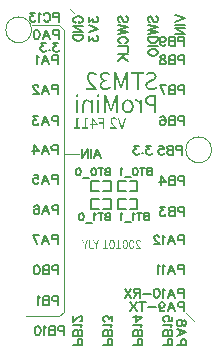
<source format=gbo>
G04 Layer: BottomSilkLayer*
G04 EasyEDA v6.3.22, 2020-01-01T23:03:08+09:00*
G04 2a2561d260e348c1961537ac3ee8d2e6,67344a67363949849f01d11c0c7cf016,10*
G04 Gerber Generator version 0.2*
G04 Scale: 100 percent, Rotated: No, Reflected: No *
G04 Dimensions in inches *
G04 leading zeros omitted , absolute positions ,2 integer and 4 decimal *
%FSLAX24Y24*%
%MOIN*%
G90*
G70D02*

%ADD12C,0.006000*%
%ADD36C,0.005000*%
%ADD37C,0.004000*%

%LPD*%
G54D37*
G01X950Y11650D02*
G01X1850Y11650D01*
G01X2000Y11500D01*
G01X2000Y2100D01*
G01X1850Y1950D01*
G01X750Y1950D01*
G01X2000Y7350D02*
G01X2500Y7350D01*
G01X2350Y12050D02*
G01X2200Y12200D01*
G01X6090Y2069D02*
G01X6350Y1800D01*
G54D12*
G01X4061Y6130D02*
G01X3811Y6130D01*
G01X3811Y6469D01*
G01X4021Y6469D01*
G01X4061Y6469D01*
G01X4211Y6469D02*
G01X4451Y6469D01*
G01X4451Y6130D01*
G01X4240Y6130D01*
G01X4211Y6130D01*
G01X3176Y5530D02*
G01X2926Y5530D01*
G01X2926Y5869D01*
G01X3136Y5869D01*
G01X3176Y5869D01*
G01X3326Y5869D02*
G01X3567Y5869D01*
G01X3567Y5530D01*
G01X3357Y5530D01*
G01X3326Y5530D01*
G01X4061Y5530D02*
G01X3811Y5530D01*
G01X3811Y5869D01*
G01X4021Y5869D01*
G01X4061Y5869D01*
G01X4211Y5869D02*
G01X4451Y5869D01*
G01X4451Y5530D01*
G01X4240Y5530D01*
G01X4211Y5530D01*
G01X3176Y6130D02*
G01X2926Y6130D01*
G01X2926Y6469D01*
G01X3136Y6469D01*
G01X3176Y6469D01*
G01X3326Y6469D02*
G01X3567Y6469D01*
G01X3567Y6130D01*
G01X3357Y6130D01*
G01X3326Y6130D01*
G54D36*
G01X1850Y12074D02*
G01X1850Y11769D01*
G01X1850Y12074D02*
G01X1719Y12074D01*
G01X1675Y12059D01*
G01X1660Y12045D01*
G01X1646Y12016D01*
G01X1646Y11972D01*
G01X1660Y11943D01*
G01X1675Y11929D01*
G01X1719Y11914D01*
G01X1850Y11914D01*
G01X1332Y12001D02*
G01X1346Y12030D01*
G01X1375Y12059D01*
G01X1404Y12074D01*
G01X1463Y12074D01*
G01X1492Y12059D01*
G01X1521Y12030D01*
G01X1535Y12001D01*
G01X1550Y11958D01*
G01X1550Y11885D01*
G01X1535Y11841D01*
G01X1521Y11812D01*
G01X1492Y11783D01*
G01X1463Y11769D01*
G01X1404Y11769D01*
G01X1375Y11783D01*
G01X1346Y11812D01*
G01X1332Y11841D01*
G01X1236Y12016D02*
G01X1207Y12030D01*
G01X1163Y12074D01*
G01X1163Y11769D01*
G01X1038Y12074D02*
G01X878Y12074D01*
G01X965Y11958D01*
G01X921Y11958D01*
G01X892Y11943D01*
G01X878Y11929D01*
G01X863Y11885D01*
G01X863Y11856D01*
G01X878Y11812D01*
G01X907Y11783D01*
G01X951Y11769D01*
G01X994Y11769D01*
G01X1038Y11783D01*
G01X1052Y11798D01*
G01X1067Y11827D01*
G01X2398Y11731D02*
G01X2369Y11746D01*
G01X2340Y11775D01*
G01X2325Y11804D01*
G01X2325Y11862D01*
G01X2340Y11891D01*
G01X2369Y11920D01*
G01X2398Y11935D01*
G01X2441Y11950D01*
G01X2514Y11950D01*
G01X2558Y11935D01*
G01X2587Y11920D01*
G01X2616Y11891D01*
G01X2630Y11862D01*
G01X2630Y11804D01*
G01X2616Y11775D01*
G01X2587Y11746D01*
G01X2558Y11731D01*
G01X2514Y11731D01*
G01X2514Y11804D02*
G01X2514Y11731D01*
G01X2325Y11635D02*
G01X2630Y11635D01*
G01X2325Y11635D02*
G01X2630Y11432D01*
G01X2325Y11432D02*
G01X2630Y11432D01*
G01X2325Y11336D02*
G01X2630Y11336D01*
G01X2325Y11336D02*
G01X2325Y11234D01*
G01X2340Y11190D01*
G01X2369Y11161D01*
G01X2398Y11147D01*
G01X2441Y11132D01*
G01X2514Y11132D01*
G01X2558Y11147D01*
G01X2587Y11161D01*
G01X2616Y11190D01*
G01X2630Y11234D01*
G01X2630Y11336D01*
G01X2850Y11920D02*
G01X2850Y11760D01*
G01X2966Y11848D01*
G01X2966Y11804D01*
G01X2980Y11775D01*
G01X2995Y11760D01*
G01X3039Y11746D01*
G01X3068Y11746D01*
G01X3111Y11760D01*
G01X3140Y11790D01*
G01X3155Y11833D01*
G01X3155Y11877D01*
G01X3140Y11920D01*
G01X3126Y11935D01*
G01X3097Y11950D01*
G01X2850Y11650D02*
G01X3155Y11534D01*
G01X2850Y11417D02*
G01X3155Y11534D01*
G01X2850Y11292D02*
G01X2850Y11132D01*
G01X2966Y11219D01*
G01X2966Y11176D01*
G01X2980Y11147D01*
G01X2995Y11132D01*
G01X3039Y11117D01*
G01X3068Y11117D01*
G01X3111Y11132D01*
G01X3140Y11161D01*
G01X3155Y11205D01*
G01X3155Y11248D01*
G01X3140Y11292D01*
G01X3126Y11307D01*
G01X3097Y11321D01*
G01X3869Y11746D02*
G01X3839Y11775D01*
G01X3825Y11819D01*
G01X3825Y11877D01*
G01X3839Y11920D01*
G01X3869Y11950D01*
G01X3898Y11950D01*
G01X3927Y11935D01*
G01X3941Y11920D01*
G01X3956Y11891D01*
G01X3985Y11804D01*
G01X3999Y11775D01*
G01X4014Y11760D01*
G01X4043Y11746D01*
G01X4087Y11746D01*
G01X4116Y11775D01*
G01X4130Y11819D01*
G01X4130Y11877D01*
G01X4116Y11920D01*
G01X4087Y11950D01*
G01X3825Y11650D02*
G01X4130Y11577D01*
G01X3825Y11504D02*
G01X4130Y11577D01*
G01X3825Y11504D02*
G01X4130Y11432D01*
G01X3825Y11359D02*
G01X4130Y11432D01*
G01X3898Y11045D02*
G01X3869Y11059D01*
G01X3839Y11088D01*
G01X3825Y11117D01*
G01X3825Y11176D01*
G01X3839Y11205D01*
G01X3869Y11234D01*
G01X3898Y11248D01*
G01X3941Y11263D01*
G01X4014Y11263D01*
G01X4058Y11248D01*
G01X4087Y11234D01*
G01X4116Y11205D01*
G01X4130Y11176D01*
G01X4130Y11117D01*
G01X4116Y11088D01*
G01X4087Y11059D01*
G01X4058Y11045D01*
G01X3825Y10949D02*
G01X4130Y10949D01*
G01X4130Y10949D02*
G01X4130Y10774D01*
G01X3825Y10678D02*
G01X4130Y10678D01*
G01X3825Y10475D02*
G01X4029Y10678D01*
G01X3956Y10605D02*
G01X4130Y10475D01*
G01X4869Y11746D02*
G01X4839Y11775D01*
G01X4825Y11819D01*
G01X4825Y11877D01*
G01X4839Y11920D01*
G01X4869Y11950D01*
G01X4898Y11950D01*
G01X4927Y11935D01*
G01X4941Y11920D01*
G01X4956Y11891D01*
G01X4985Y11804D01*
G01X4999Y11775D01*
G01X5014Y11760D01*
G01X5043Y11746D01*
G01X5087Y11746D01*
G01X5116Y11775D01*
G01X5130Y11819D01*
G01X5130Y11877D01*
G01X5116Y11920D01*
G01X5087Y11950D01*
G01X4825Y11650D02*
G01X5130Y11577D01*
G01X4825Y11504D02*
G01X5130Y11577D01*
G01X4825Y11504D02*
G01X5130Y11432D01*
G01X4825Y11359D02*
G01X5130Y11432D01*
G01X4825Y11263D02*
G01X5130Y11263D01*
G01X4825Y11263D02*
G01X4825Y11161D01*
G01X4839Y11117D01*
G01X4869Y11088D01*
G01X4898Y11074D01*
G01X4941Y11059D01*
G01X5014Y11059D01*
G01X5058Y11074D01*
G01X5087Y11088D01*
G01X5116Y11117D01*
G01X5130Y11161D01*
G01X5130Y11263D01*
G01X4825Y10963D02*
G01X5130Y10963D01*
G01X4825Y10780D02*
G01X4839Y10809D01*
G01X4869Y10838D01*
G01X4898Y10853D01*
G01X4941Y10867D01*
G01X5014Y10867D01*
G01X5058Y10853D01*
G01X5087Y10838D01*
G01X5116Y10809D01*
G01X5130Y10780D01*
G01X5130Y10722D01*
G01X5116Y10693D01*
G01X5087Y10664D01*
G01X5058Y10649D01*
G01X5014Y10635D01*
G01X4941Y10635D01*
G01X4898Y10649D01*
G01X4869Y10664D01*
G01X4839Y10693D01*
G01X4825Y10722D01*
G01X4825Y10780D01*
G01X5725Y12000D02*
G01X6030Y11883D01*
G01X5725Y11767D02*
G01X6030Y11883D01*
G01X5725Y11671D02*
G01X6030Y11671D01*
G01X5725Y11575D02*
G01X6030Y11575D01*
G01X5725Y11575D02*
G01X6030Y11371D01*
G01X5725Y11371D02*
G01X6030Y11371D01*
G01X6000Y11274D02*
G01X6000Y10969D01*
G01X6000Y11274D02*
G01X5869Y11274D01*
G01X5825Y11259D01*
G01X5810Y11245D01*
G01X5796Y11216D01*
G01X5796Y11172D01*
G01X5810Y11143D01*
G01X5825Y11129D01*
G01X5869Y11114D01*
G01X6000Y11114D01*
G01X5700Y11274D02*
G01X5700Y10969D01*
G01X5700Y11274D02*
G01X5569Y11274D01*
G01X5525Y11259D01*
G01X5511Y11245D01*
G01X5496Y11216D01*
G01X5496Y11187D01*
G01X5511Y11158D01*
G01X5525Y11143D01*
G01X5569Y11129D01*
G01X5700Y11129D02*
G01X5569Y11129D01*
G01X5525Y11114D01*
G01X5511Y11100D01*
G01X5496Y11070D01*
G01X5496Y11027D01*
G01X5511Y10998D01*
G01X5525Y10983D01*
G01X5569Y10969D01*
G01X5700Y10969D01*
G01X5211Y11172D02*
G01X5226Y11129D01*
G01X5255Y11100D01*
G01X5298Y11085D01*
G01X5313Y11085D01*
G01X5357Y11100D01*
G01X5386Y11129D01*
G01X5400Y11172D01*
G01X5400Y11187D01*
G01X5386Y11230D01*
G01X5357Y11259D01*
G01X5313Y11274D01*
G01X5298Y11274D01*
G01X5255Y11259D01*
G01X5226Y11230D01*
G01X5211Y11172D01*
G01X5211Y11100D01*
G01X5226Y11027D01*
G01X5255Y10983D01*
G01X5298Y10969D01*
G01X5328Y10969D01*
G01X5371Y10983D01*
G01X5386Y11012D01*
G01X6002Y10649D02*
G01X6002Y10344D01*
G01X6002Y10649D02*
G01X5871Y10649D01*
G01X5828Y10635D01*
G01X5813Y10620D01*
G01X5799Y10591D01*
G01X5799Y10548D01*
G01X5813Y10519D01*
G01X5828Y10504D01*
G01X5871Y10489D01*
G01X6002Y10489D01*
G01X5703Y10649D02*
G01X5703Y10344D01*
G01X5703Y10649D02*
G01X5572Y10649D01*
G01X5528Y10635D01*
G01X5514Y10620D01*
G01X5499Y10591D01*
G01X5499Y10562D01*
G01X5514Y10533D01*
G01X5528Y10519D01*
G01X5572Y10504D01*
G01X5703Y10504D02*
G01X5572Y10504D01*
G01X5528Y10489D01*
G01X5514Y10475D01*
G01X5499Y10446D01*
G01X5499Y10402D01*
G01X5514Y10373D01*
G01X5528Y10359D01*
G01X5572Y10344D01*
G01X5703Y10344D01*
G01X5330Y10649D02*
G01X5374Y10635D01*
G01X5389Y10606D01*
G01X5389Y10577D01*
G01X5374Y10548D01*
G01X5345Y10533D01*
G01X5287Y10519D01*
G01X5243Y10504D01*
G01X5214Y10475D01*
G01X5200Y10446D01*
G01X5200Y10402D01*
G01X5214Y10373D01*
G01X5229Y10359D01*
G01X5272Y10344D01*
G01X5330Y10344D01*
G01X5374Y10359D01*
G01X5389Y10373D01*
G01X5403Y10402D01*
G01X5403Y10446D01*
G01X5389Y10475D01*
G01X5359Y10504D01*
G01X5316Y10519D01*
G01X5258Y10533D01*
G01X5229Y10548D01*
G01X5214Y10577D01*
G01X5214Y10606D01*
G01X5229Y10635D01*
G01X5272Y10649D01*
G01X5330Y10649D01*
G01X6002Y9649D02*
G01X6002Y9344D01*
G01X6002Y9649D02*
G01X5871Y9649D01*
G01X5828Y9635D01*
G01X5813Y9620D01*
G01X5799Y9591D01*
G01X5799Y9548D01*
G01X5813Y9519D01*
G01X5828Y9504D01*
G01X5871Y9489D01*
G01X6002Y9489D01*
G01X5703Y9649D02*
G01X5703Y9344D01*
G01X5703Y9649D02*
G01X5572Y9649D01*
G01X5528Y9635D01*
G01X5514Y9620D01*
G01X5499Y9591D01*
G01X5499Y9562D01*
G01X5514Y9533D01*
G01X5528Y9519D01*
G01X5572Y9504D01*
G01X5703Y9504D02*
G01X5572Y9504D01*
G01X5528Y9489D01*
G01X5514Y9475D01*
G01X5499Y9446D01*
G01X5499Y9402D01*
G01X5514Y9373D01*
G01X5528Y9359D01*
G01X5572Y9344D01*
G01X5703Y9344D01*
G01X5200Y9649D02*
G01X5345Y9344D01*
G01X5403Y9649D02*
G01X5200Y9649D01*
G01X6000Y8624D02*
G01X6000Y8319D01*
G01X6000Y8624D02*
G01X5869Y8624D01*
G01X5825Y8609D01*
G01X5810Y8595D01*
G01X5796Y8566D01*
G01X5796Y8522D01*
G01X5810Y8493D01*
G01X5825Y8479D01*
G01X5869Y8464D01*
G01X6000Y8464D01*
G01X5700Y8624D02*
G01X5700Y8319D01*
G01X5700Y8624D02*
G01X5569Y8624D01*
G01X5525Y8609D01*
G01X5511Y8595D01*
G01X5496Y8566D01*
G01X5496Y8537D01*
G01X5511Y8508D01*
G01X5525Y8493D01*
G01X5569Y8479D01*
G01X5700Y8479D02*
G01X5569Y8479D01*
G01X5525Y8464D01*
G01X5511Y8450D01*
G01X5496Y8420D01*
G01X5496Y8377D01*
G01X5511Y8348D01*
G01X5525Y8333D01*
G01X5569Y8319D01*
G01X5700Y8319D01*
G01X5226Y8580D02*
G01X5240Y8609D01*
G01X5284Y8624D01*
G01X5313Y8624D01*
G01X5357Y8609D01*
G01X5386Y8566D01*
G01X5400Y8493D01*
G01X5400Y8420D01*
G01X5386Y8362D01*
G01X5357Y8333D01*
G01X5313Y8319D01*
G01X5298Y8319D01*
G01X5255Y8333D01*
G01X5226Y8362D01*
G01X5211Y8406D01*
G01X5211Y8420D01*
G01X5226Y8464D01*
G01X5255Y8493D01*
G01X5298Y8508D01*
G01X5313Y8508D01*
G01X5357Y8493D01*
G01X5386Y8464D01*
G01X5400Y8420D01*
G01X5950Y7642D02*
G01X5950Y7337D01*
G01X5950Y7642D02*
G01X5819Y7642D01*
G01X5775Y7628D01*
G01X5760Y7613D01*
G01X5746Y7584D01*
G01X5746Y7541D01*
G01X5760Y7511D01*
G01X5775Y7497D01*
G01X5819Y7482D01*
G01X5950Y7482D01*
G01X5650Y7642D02*
G01X5650Y7337D01*
G01X5650Y7642D02*
G01X5519Y7642D01*
G01X5475Y7628D01*
G01X5461Y7613D01*
G01X5446Y7584D01*
G01X5446Y7555D01*
G01X5461Y7526D01*
G01X5475Y7511D01*
G01X5519Y7497D01*
G01X5650Y7497D02*
G01X5519Y7497D01*
G01X5475Y7482D01*
G01X5461Y7468D01*
G01X5446Y7439D01*
G01X5446Y7395D01*
G01X5461Y7366D01*
G01X5475Y7351D01*
G01X5519Y7337D01*
G01X5650Y7337D01*
G01X5176Y7642D02*
G01X5321Y7642D01*
G01X5336Y7511D01*
G01X5321Y7526D01*
G01X5278Y7541D01*
G01X5234Y7541D01*
G01X5190Y7526D01*
G01X5161Y7497D01*
G01X5147Y7453D01*
G01X5147Y7424D01*
G01X5161Y7381D01*
G01X5190Y7351D01*
G01X5234Y7337D01*
G01X5278Y7337D01*
G01X5321Y7351D01*
G01X5336Y7366D01*
G01X5350Y7395D01*
G01X6000Y6624D02*
G01X6000Y6319D01*
G01X6000Y6624D02*
G01X5869Y6624D01*
G01X5825Y6609D01*
G01X5810Y6595D01*
G01X5796Y6566D01*
G01X5796Y6522D01*
G01X5810Y6493D01*
G01X5825Y6479D01*
G01X5869Y6464D01*
G01X6000Y6464D01*
G01X5700Y6624D02*
G01X5700Y6319D01*
G01X5700Y6624D02*
G01X5569Y6624D01*
G01X5525Y6609D01*
G01X5511Y6595D01*
G01X5496Y6566D01*
G01X5496Y6537D01*
G01X5511Y6508D01*
G01X5525Y6493D01*
G01X5569Y6479D01*
G01X5700Y6479D02*
G01X5569Y6479D01*
G01X5525Y6464D01*
G01X5511Y6450D01*
G01X5496Y6420D01*
G01X5496Y6377D01*
G01X5511Y6348D01*
G01X5525Y6333D01*
G01X5569Y6319D01*
G01X5700Y6319D01*
G01X5255Y6624D02*
G01X5400Y6420D01*
G01X5182Y6420D01*
G01X5255Y6624D02*
G01X5255Y6319D01*
G01X6002Y5600D02*
G01X6002Y5294D01*
G01X6002Y5600D02*
G01X5872Y5600D01*
G01X5828Y5585D01*
G01X5813Y5570D01*
G01X5799Y5541D01*
G01X5799Y5498D01*
G01X5813Y5469D01*
G01X5828Y5454D01*
G01X5872Y5440D01*
G01X6002Y5440D01*
G01X5703Y5600D02*
G01X5703Y5294D01*
G01X5703Y5600D02*
G01X5572Y5600D01*
G01X5528Y5585D01*
G01X5514Y5570D01*
G01X5499Y5541D01*
G01X5499Y5512D01*
G01X5514Y5483D01*
G01X5528Y5469D01*
G01X5572Y5454D01*
G01X5703Y5454D02*
G01X5572Y5454D01*
G01X5528Y5440D01*
G01X5514Y5425D01*
G01X5499Y5396D01*
G01X5499Y5352D01*
G01X5514Y5323D01*
G01X5528Y5309D01*
G01X5572Y5294D01*
G01X5703Y5294D01*
G01X5374Y5600D02*
G01X5214Y5600D01*
G01X5301Y5483D01*
G01X5258Y5483D01*
G01X5229Y5469D01*
G01X5214Y5454D01*
G01X5200Y5410D01*
G01X5200Y5381D01*
G01X5214Y5338D01*
G01X5243Y5309D01*
G01X5287Y5294D01*
G01X5330Y5294D01*
G01X5374Y5309D01*
G01X5389Y5323D01*
G01X5403Y5352D01*
G01X6000Y4650D02*
G01X6000Y4344D01*
G01X6000Y4650D02*
G01X5869Y4650D01*
G01X5826Y4635D01*
G01X5811Y4620D01*
G01X5797Y4591D01*
G01X5797Y4548D01*
G01X5811Y4519D01*
G01X5826Y4504D01*
G01X5869Y4490D01*
G01X6000Y4490D01*
G01X5584Y4650D02*
G01X5701Y4344D01*
G01X5584Y4650D02*
G01X5468Y4344D01*
G01X5657Y4446D02*
G01X5511Y4446D01*
G01X5372Y4591D02*
G01X5343Y4606D01*
G01X5299Y4650D01*
G01X5299Y4344D01*
G01X5189Y4577D02*
G01X5189Y4591D01*
G01X5174Y4620D01*
G01X5159Y4635D01*
G01X5130Y4650D01*
G01X5072Y4650D01*
G01X5043Y4635D01*
G01X5029Y4620D01*
G01X5014Y4591D01*
G01X5014Y4562D01*
G01X5029Y4533D01*
G01X5058Y4490D01*
G01X5203Y4344D01*
G01X5000Y4344D01*
G01X6000Y3674D02*
G01X6000Y3369D01*
G01X6000Y3674D02*
G01X5869Y3674D01*
G01X5825Y3659D01*
G01X5810Y3645D01*
G01X5796Y3616D01*
G01X5796Y3572D01*
G01X5810Y3543D01*
G01X5825Y3529D01*
G01X5869Y3514D01*
G01X6000Y3514D01*
G01X5584Y3674D02*
G01X5700Y3369D01*
G01X5584Y3674D02*
G01X5467Y3369D01*
G01X5656Y3470D02*
G01X5511Y3470D01*
G01X5371Y3616D02*
G01X5342Y3630D01*
G01X5298Y3674D01*
G01X5298Y3369D01*
G01X5202Y3616D02*
G01X5173Y3630D01*
G01X5130Y3674D01*
G01X5130Y3369D01*
G01X6000Y2874D02*
G01X6000Y2569D01*
G01X6000Y2874D02*
G01X5869Y2874D01*
G01X5825Y2859D01*
G01X5810Y2845D01*
G01X5796Y2816D01*
G01X5796Y2772D01*
G01X5810Y2743D01*
G01X5825Y2729D01*
G01X5869Y2714D01*
G01X6000Y2714D01*
G01X5584Y2874D02*
G01X5700Y2569D01*
G01X5584Y2874D02*
G01X5467Y2569D01*
G01X5656Y2670D02*
G01X5511Y2670D01*
G01X5371Y2816D02*
G01X5342Y2830D01*
G01X5298Y2874D01*
G01X5298Y2569D01*
G01X5115Y2874D02*
G01X5159Y2859D01*
G01X5188Y2816D01*
G01X5202Y2743D01*
G01X5202Y2700D01*
G01X5188Y2627D01*
G01X5159Y2583D01*
G01X5115Y2569D01*
G01X5086Y2569D01*
G01X5042Y2583D01*
G01X5013Y2627D01*
G01X4999Y2700D01*
G01X4999Y2743D01*
G01X5013Y2816D01*
G01X5042Y2859D01*
G01X5086Y2874D01*
G01X5115Y2874D01*
G01X4903Y2700D02*
G01X4641Y2700D01*
G01X4545Y2874D02*
G01X4545Y2569D01*
G01X4545Y2874D02*
G01X4414Y2874D01*
G01X4370Y2859D01*
G01X4356Y2845D01*
G01X4341Y2816D01*
G01X4341Y2787D01*
G01X4356Y2758D01*
G01X4370Y2743D01*
G01X4414Y2729D01*
G01X4545Y2729D01*
G01X4443Y2729D02*
G01X4341Y2569D01*
G01X4245Y2874D02*
G01X4042Y2569D01*
G01X4042Y2874D02*
G01X4245Y2569D01*
G01X6000Y2424D02*
G01X6000Y2119D01*
G01X6000Y2424D02*
G01X5869Y2424D01*
G01X5825Y2409D01*
G01X5810Y2395D01*
G01X5796Y2366D01*
G01X5796Y2322D01*
G01X5810Y2293D01*
G01X5825Y2279D01*
G01X5869Y2264D01*
G01X6000Y2264D01*
G01X5584Y2424D02*
G01X5700Y2119D01*
G01X5584Y2424D02*
G01X5467Y2119D01*
G01X5656Y2220D02*
G01X5511Y2220D01*
G01X5182Y2322D02*
G01X5197Y2279D01*
G01X5226Y2250D01*
G01X5269Y2235D01*
G01X5284Y2235D01*
G01X5328Y2250D01*
G01X5357Y2279D01*
G01X5371Y2322D01*
G01X5371Y2337D01*
G01X5357Y2380D01*
G01X5328Y2409D01*
G01X5284Y2424D01*
G01X5269Y2424D01*
G01X5226Y2409D01*
G01X5197Y2380D01*
G01X5182Y2322D01*
G01X5182Y2250D01*
G01X5197Y2177D01*
G01X5226Y2133D01*
G01X5269Y2119D01*
G01X5298Y2119D01*
G01X5342Y2133D01*
G01X5357Y2162D01*
G01X5086Y2250D02*
G01X4824Y2250D01*
G01X4626Y2424D02*
G01X4626Y2119D01*
G01X4728Y2424D02*
G01X4525Y2424D01*
G01X4429Y2424D02*
G01X4225Y2119D01*
G01X4225Y2424D02*
G01X4429Y2119D01*
G01X6074Y1000D02*
G01X5769Y1000D01*
G01X6074Y1000D02*
G01X6074Y1130D01*
G01X6059Y1174D01*
G01X6045Y1189D01*
G01X6016Y1203D01*
G01X5972Y1203D01*
G01X5943Y1189D01*
G01X5929Y1174D01*
G01X5914Y1130D01*
G01X5914Y1000D01*
G01X6074Y1415D02*
G01X5769Y1299D01*
G01X6074Y1415D02*
G01X5769Y1532D01*
G01X5870Y1343D02*
G01X5870Y1488D01*
G01X6074Y1701D02*
G01X6059Y1657D01*
G01X6030Y1642D01*
G01X6001Y1642D01*
G01X5972Y1657D01*
G01X5958Y1686D01*
G01X5943Y1744D01*
G01X5929Y1788D01*
G01X5900Y1817D01*
G01X5870Y1832D01*
G01X5827Y1832D01*
G01X5798Y1817D01*
G01X5783Y1802D01*
G01X5769Y1759D01*
G01X5769Y1701D01*
G01X5783Y1657D01*
G01X5798Y1642D01*
G01X5827Y1628D01*
G01X5870Y1628D01*
G01X5900Y1642D01*
G01X5929Y1671D01*
G01X5943Y1715D01*
G01X5958Y1773D01*
G01X5972Y1802D01*
G01X6001Y1817D01*
G01X6030Y1817D01*
G01X6059Y1802D01*
G01X6074Y1759D01*
G01X6074Y1701D01*
G01X5624Y1000D02*
G01X5319Y1000D01*
G01X5624Y1000D02*
G01X5624Y1130D01*
G01X5609Y1174D01*
G01X5595Y1189D01*
G01X5566Y1203D01*
G01X5522Y1203D01*
G01X5493Y1189D01*
G01X5479Y1174D01*
G01X5464Y1130D01*
G01X5464Y1000D01*
G01X5624Y1299D02*
G01X5319Y1299D01*
G01X5624Y1299D02*
G01X5624Y1430D01*
G01X5609Y1474D01*
G01X5595Y1488D01*
G01X5566Y1503D01*
G01X5537Y1503D01*
G01X5508Y1488D01*
G01X5493Y1474D01*
G01X5479Y1430D01*
G01X5479Y1299D02*
G01X5479Y1430D01*
G01X5464Y1474D01*
G01X5450Y1488D01*
G01X5420Y1503D01*
G01X5377Y1503D01*
G01X5348Y1488D01*
G01X5333Y1474D01*
G01X5319Y1430D01*
G01X5319Y1299D01*
G01X5566Y1599D02*
G01X5580Y1628D01*
G01X5624Y1671D01*
G01X5319Y1671D01*
G01X5624Y1942D02*
G01X5624Y1797D01*
G01X5493Y1782D01*
G01X5508Y1797D01*
G01X5522Y1840D01*
G01X5522Y1884D01*
G01X5508Y1928D01*
G01X5479Y1957D01*
G01X5435Y1971D01*
G01X5406Y1971D01*
G01X5362Y1957D01*
G01X5333Y1928D01*
G01X5319Y1884D01*
G01X5319Y1840D01*
G01X5333Y1797D01*
G01X5348Y1782D01*
G01X5377Y1767D01*
G01X4624Y1000D02*
G01X4319Y1000D01*
G01X4624Y1000D02*
G01X4624Y1130D01*
G01X4609Y1174D01*
G01X4595Y1189D01*
G01X4566Y1203D01*
G01X4522Y1203D01*
G01X4493Y1189D01*
G01X4479Y1174D01*
G01X4464Y1130D01*
G01X4464Y1000D01*
G01X4624Y1299D02*
G01X4319Y1299D01*
G01X4624Y1299D02*
G01X4624Y1430D01*
G01X4609Y1474D01*
G01X4595Y1488D01*
G01X4566Y1503D01*
G01X4537Y1503D01*
G01X4508Y1488D01*
G01X4493Y1474D01*
G01X4479Y1430D01*
G01X4479Y1299D02*
G01X4479Y1430D01*
G01X4464Y1474D01*
G01X4450Y1488D01*
G01X4420Y1503D01*
G01X4377Y1503D01*
G01X4348Y1488D01*
G01X4333Y1474D01*
G01X4319Y1430D01*
G01X4319Y1299D01*
G01X4566Y1599D02*
G01X4580Y1628D01*
G01X4624Y1671D01*
G01X4319Y1671D01*
G01X4624Y1913D02*
G01X4420Y1767D01*
G01X4420Y1986D01*
G01X4624Y1913D02*
G01X4319Y1913D01*
G01X3624Y1000D02*
G01X3319Y1000D01*
G01X3624Y1000D02*
G01X3624Y1130D01*
G01X3609Y1174D01*
G01X3595Y1189D01*
G01X3566Y1203D01*
G01X3522Y1203D01*
G01X3493Y1189D01*
G01X3479Y1174D01*
G01X3464Y1130D01*
G01X3464Y1000D01*
G01X3624Y1299D02*
G01X3319Y1299D01*
G01X3624Y1299D02*
G01X3624Y1430D01*
G01X3609Y1474D01*
G01X3595Y1488D01*
G01X3566Y1503D01*
G01X3537Y1503D01*
G01X3508Y1488D01*
G01X3493Y1474D01*
G01X3479Y1430D01*
G01X3479Y1299D02*
G01X3479Y1430D01*
G01X3464Y1474D01*
G01X3450Y1488D01*
G01X3420Y1503D01*
G01X3377Y1503D01*
G01X3348Y1488D01*
G01X3333Y1474D01*
G01X3319Y1430D01*
G01X3319Y1299D01*
G01X3566Y1599D02*
G01X3580Y1628D01*
G01X3624Y1671D01*
G01X3319Y1671D01*
G01X3624Y1797D02*
G01X3624Y1957D01*
G01X3508Y1869D01*
G01X3508Y1913D01*
G01X3493Y1942D01*
G01X3479Y1957D01*
G01X3435Y1971D01*
G01X3406Y1971D01*
G01X3362Y1957D01*
G01X3333Y1928D01*
G01X3319Y1884D01*
G01X3319Y1840D01*
G01X3333Y1797D01*
G01X3348Y1782D01*
G01X3377Y1767D01*
G01X2624Y1000D02*
G01X2319Y1000D01*
G01X2624Y1000D02*
G01X2624Y1130D01*
G01X2609Y1174D01*
G01X2595Y1189D01*
G01X2566Y1203D01*
G01X2522Y1203D01*
G01X2493Y1189D01*
G01X2479Y1174D01*
G01X2464Y1130D01*
G01X2464Y1000D01*
G01X2624Y1299D02*
G01X2319Y1299D01*
G01X2624Y1299D02*
G01X2624Y1430D01*
G01X2609Y1474D01*
G01X2595Y1488D01*
G01X2566Y1503D01*
G01X2537Y1503D01*
G01X2508Y1488D01*
G01X2493Y1474D01*
G01X2479Y1430D01*
G01X2479Y1299D02*
G01X2479Y1430D01*
G01X2464Y1474D01*
G01X2450Y1488D01*
G01X2420Y1503D01*
G01X2377Y1503D01*
G01X2348Y1488D01*
G01X2333Y1474D01*
G01X2319Y1430D01*
G01X2319Y1299D01*
G01X2566Y1599D02*
G01X2580Y1628D01*
G01X2624Y1671D01*
G01X2319Y1671D01*
G01X2551Y1782D02*
G01X2566Y1782D01*
G01X2595Y1797D01*
G01X2609Y1811D01*
G01X2624Y1840D01*
G01X2624Y1898D01*
G01X2609Y1928D01*
G01X2595Y1942D01*
G01X2566Y1957D01*
G01X2537Y1957D01*
G01X2508Y1942D01*
G01X2464Y1913D01*
G01X2319Y1767D01*
G01X2319Y1971D01*
G01X2000Y1624D02*
G01X2000Y1319D01*
G01X2000Y1624D02*
G01X1869Y1624D01*
G01X1825Y1609D01*
G01X1810Y1595D01*
G01X1796Y1566D01*
G01X1796Y1522D01*
G01X1810Y1493D01*
G01X1825Y1479D01*
G01X1869Y1464D01*
G01X2000Y1464D01*
G01X1700Y1624D02*
G01X1700Y1319D01*
G01X1700Y1624D02*
G01X1569Y1624D01*
G01X1525Y1609D01*
G01X1511Y1595D01*
G01X1496Y1566D01*
G01X1496Y1537D01*
G01X1511Y1508D01*
G01X1525Y1493D01*
G01X1569Y1479D01*
G01X1700Y1479D02*
G01X1569Y1479D01*
G01X1525Y1464D01*
G01X1511Y1450D01*
G01X1496Y1420D01*
G01X1496Y1377D01*
G01X1511Y1348D01*
G01X1525Y1333D01*
G01X1569Y1319D01*
G01X1700Y1319D01*
G01X1400Y1566D02*
G01X1371Y1580D01*
G01X1328Y1624D01*
G01X1328Y1319D01*
G01X1144Y1624D02*
G01X1188Y1609D01*
G01X1217Y1566D01*
G01X1232Y1493D01*
G01X1232Y1450D01*
G01X1217Y1377D01*
G01X1188Y1333D01*
G01X1144Y1319D01*
G01X1115Y1319D01*
G01X1071Y1333D01*
G01X1042Y1377D01*
G01X1028Y1450D01*
G01X1028Y1493D01*
G01X1042Y1566D01*
G01X1071Y1609D01*
G01X1115Y1624D01*
G01X1144Y1624D01*
G01X1800Y2624D02*
G01X1800Y2319D01*
G01X1800Y2624D02*
G01X1669Y2624D01*
G01X1625Y2609D01*
G01X1610Y2595D01*
G01X1596Y2566D01*
G01X1596Y2522D01*
G01X1610Y2493D01*
G01X1625Y2479D01*
G01X1669Y2464D01*
G01X1800Y2464D01*
G01X1500Y2624D02*
G01X1500Y2319D01*
G01X1500Y2624D02*
G01X1369Y2624D01*
G01X1325Y2609D01*
G01X1311Y2595D01*
G01X1296Y2566D01*
G01X1296Y2537D01*
G01X1311Y2508D01*
G01X1325Y2493D01*
G01X1369Y2479D01*
G01X1500Y2479D02*
G01X1369Y2479D01*
G01X1325Y2464D01*
G01X1311Y2450D01*
G01X1296Y2420D01*
G01X1296Y2377D01*
G01X1311Y2348D01*
G01X1325Y2333D01*
G01X1369Y2319D01*
G01X1500Y2319D01*
G01X1200Y2566D02*
G01X1171Y2580D01*
G01X1128Y2624D01*
G01X1128Y2319D01*
G01X1802Y3650D02*
G01X1802Y3344D01*
G01X1802Y3650D02*
G01X1672Y3650D01*
G01X1628Y3635D01*
G01X1613Y3620D01*
G01X1599Y3591D01*
G01X1599Y3548D01*
G01X1613Y3519D01*
G01X1628Y3504D01*
G01X1672Y3490D01*
G01X1802Y3490D01*
G01X1503Y3650D02*
G01X1503Y3344D01*
G01X1503Y3650D02*
G01X1372Y3650D01*
G01X1328Y3635D01*
G01X1314Y3620D01*
G01X1299Y3591D01*
G01X1299Y3562D01*
G01X1314Y3533D01*
G01X1328Y3519D01*
G01X1372Y3504D01*
G01X1503Y3504D02*
G01X1372Y3504D01*
G01X1328Y3490D01*
G01X1314Y3475D01*
G01X1299Y3446D01*
G01X1299Y3402D01*
G01X1314Y3373D01*
G01X1328Y3359D01*
G01X1372Y3344D01*
G01X1503Y3344D01*
G01X1116Y3650D02*
G01X1160Y3635D01*
G01X1189Y3591D01*
G01X1203Y3519D01*
G01X1203Y3475D01*
G01X1189Y3402D01*
G01X1160Y3359D01*
G01X1116Y3344D01*
G01X1087Y3344D01*
G01X1043Y3359D01*
G01X1014Y3402D01*
G01X1000Y3475D01*
G01X1000Y3519D01*
G01X1014Y3591D01*
G01X1043Y3635D01*
G01X1087Y3650D01*
G01X1116Y3650D01*
G01X1800Y4674D02*
G01X1800Y4369D01*
G01X1800Y4674D02*
G01X1669Y4674D01*
G01X1625Y4659D01*
G01X1610Y4645D01*
G01X1596Y4616D01*
G01X1596Y4572D01*
G01X1610Y4543D01*
G01X1625Y4529D01*
G01X1669Y4514D01*
G01X1800Y4514D01*
G01X1384Y4674D02*
G01X1500Y4369D01*
G01X1384Y4674D02*
G01X1267Y4369D01*
G01X1456Y4470D02*
G01X1311Y4470D01*
G01X967Y4674D02*
G01X1113Y4369D01*
G01X1171Y4674D02*
G01X967Y4674D01*
G01X1817Y5650D02*
G01X1817Y5344D01*
G01X1817Y5650D02*
G01X1686Y5650D01*
G01X1642Y5635D01*
G01X1628Y5620D01*
G01X1613Y5591D01*
G01X1613Y5548D01*
G01X1628Y5519D01*
G01X1642Y5504D01*
G01X1686Y5490D01*
G01X1817Y5490D01*
G01X1401Y5650D02*
G01X1517Y5344D01*
G01X1401Y5650D02*
G01X1285Y5344D01*
G01X1474Y5446D02*
G01X1328Y5446D01*
G01X1014Y5606D02*
G01X1029Y5635D01*
G01X1072Y5650D01*
G01X1101Y5650D01*
G01X1145Y5635D01*
G01X1174Y5591D01*
G01X1189Y5519D01*
G01X1189Y5446D01*
G01X1174Y5388D01*
G01X1145Y5359D01*
G01X1101Y5344D01*
G01X1087Y5344D01*
G01X1043Y5359D01*
G01X1014Y5388D01*
G01X999Y5431D01*
G01X999Y5446D01*
G01X1014Y5490D01*
G01X1043Y5519D01*
G01X1087Y5533D01*
G01X1101Y5533D01*
G01X1145Y5519D01*
G01X1174Y5490D01*
G01X1189Y5446D01*
G01X1800Y6674D02*
G01X1800Y6369D01*
G01X1800Y6674D02*
G01X1669Y6674D01*
G01X1625Y6659D01*
G01X1610Y6645D01*
G01X1596Y6616D01*
G01X1596Y6572D01*
G01X1610Y6543D01*
G01X1625Y6529D01*
G01X1669Y6514D01*
G01X1800Y6514D01*
G01X1384Y6674D02*
G01X1500Y6369D01*
G01X1384Y6674D02*
G01X1267Y6369D01*
G01X1456Y6470D02*
G01X1311Y6470D01*
G01X997Y6674D02*
G01X1142Y6674D01*
G01X1157Y6543D01*
G01X1142Y6558D01*
G01X1098Y6572D01*
G01X1055Y6572D01*
G01X1011Y6558D01*
G01X982Y6529D01*
G01X967Y6485D01*
G01X967Y6456D01*
G01X982Y6412D01*
G01X1011Y6383D01*
G01X1055Y6369D01*
G01X1098Y6369D01*
G01X1142Y6383D01*
G01X1157Y6398D01*
G01X1171Y6427D01*
G01X1796Y7650D02*
G01X1796Y7344D01*
G01X1796Y7650D02*
G01X1665Y7650D01*
G01X1622Y7635D01*
G01X1607Y7620D01*
G01X1592Y7591D01*
G01X1592Y7548D01*
G01X1607Y7519D01*
G01X1622Y7504D01*
G01X1665Y7490D01*
G01X1796Y7490D01*
G01X1380Y7650D02*
G01X1496Y7344D01*
G01X1380Y7650D02*
G01X1264Y7344D01*
G01X1453Y7446D02*
G01X1307Y7446D01*
G01X1022Y7650D02*
G01X1168Y7446D01*
G01X950Y7446D01*
G01X1022Y7650D02*
G01X1022Y7344D01*
G01X1800Y8624D02*
G01X1800Y8319D01*
G01X1800Y8624D02*
G01X1669Y8624D01*
G01X1625Y8609D01*
G01X1610Y8595D01*
G01X1596Y8566D01*
G01X1596Y8522D01*
G01X1610Y8493D01*
G01X1625Y8479D01*
G01X1669Y8464D01*
G01X1800Y8464D01*
G01X1384Y8624D02*
G01X1500Y8319D01*
G01X1384Y8624D02*
G01X1267Y8319D01*
G01X1456Y8420D02*
G01X1311Y8420D01*
G01X1142Y8624D02*
G01X982Y8624D01*
G01X1069Y8508D01*
G01X1026Y8508D01*
G01X997Y8493D01*
G01X982Y8479D01*
G01X967Y8435D01*
G01X967Y8406D01*
G01X982Y8362D01*
G01X1011Y8333D01*
G01X1055Y8319D01*
G01X1098Y8319D01*
G01X1142Y8333D01*
G01X1157Y8348D01*
G01X1171Y8377D01*
G01X1800Y9674D02*
G01X1800Y9369D01*
G01X1800Y9674D02*
G01X1669Y9674D01*
G01X1625Y9659D01*
G01X1610Y9645D01*
G01X1596Y9616D01*
G01X1596Y9572D01*
G01X1610Y9543D01*
G01X1625Y9529D01*
G01X1669Y9514D01*
G01X1800Y9514D01*
G01X1384Y9674D02*
G01X1500Y9369D01*
G01X1384Y9674D02*
G01X1267Y9369D01*
G01X1456Y9470D02*
G01X1311Y9470D01*
G01X1157Y9601D02*
G01X1157Y9616D01*
G01X1142Y9645D01*
G01X1128Y9659D01*
G01X1098Y9674D01*
G01X1040Y9674D01*
G01X1011Y9659D01*
G01X997Y9645D01*
G01X982Y9616D01*
G01X982Y9587D01*
G01X997Y9558D01*
G01X1026Y9514D01*
G01X1171Y9369D01*
G01X967Y9369D01*
G01X1801Y10649D02*
G01X1801Y10344D01*
G01X1801Y10649D02*
G01X1670Y10649D01*
G01X1626Y10635D01*
G01X1612Y10620D01*
G01X1597Y10591D01*
G01X1597Y10548D01*
G01X1612Y10519D01*
G01X1626Y10504D01*
G01X1670Y10489D01*
G01X1801Y10489D01*
G01X1385Y10649D02*
G01X1501Y10344D01*
G01X1385Y10649D02*
G01X1268Y10344D01*
G01X1457Y10446D02*
G01X1312Y10446D01*
G01X1172Y10591D02*
G01X1143Y10606D01*
G01X1100Y10649D01*
G01X1100Y10344D01*
G01X1832Y11499D02*
G01X1832Y11194D01*
G01X1832Y11499D02*
G01X1701Y11499D01*
G01X1657Y11485D01*
G01X1642Y11470D01*
G01X1628Y11441D01*
G01X1628Y11398D01*
G01X1642Y11369D01*
G01X1657Y11354D01*
G01X1701Y11339D01*
G01X1832Y11339D01*
G01X1416Y11499D02*
G01X1532Y11194D01*
G01X1416Y11499D02*
G01X1299Y11194D01*
G01X1488Y11296D02*
G01X1343Y11296D01*
G01X1116Y11499D02*
G01X1160Y11485D01*
G01X1189Y11441D01*
G01X1203Y11369D01*
G01X1203Y11325D01*
G01X1189Y11252D01*
G01X1160Y11209D01*
G01X1116Y11194D01*
G01X1087Y11194D01*
G01X1043Y11209D01*
G01X1014Y11252D01*
G01X1000Y11325D01*
G01X1000Y11369D01*
G01X1014Y11441D01*
G01X1043Y11485D01*
G01X1087Y11499D01*
G01X1116Y11499D01*
G01X3113Y7524D02*
G01X3230Y7219D01*
G01X3113Y7524D02*
G01X2997Y7219D01*
G01X3186Y7320D02*
G01X3040Y7320D01*
G01X2901Y7524D02*
G01X2901Y7219D01*
G01X2805Y7524D02*
G01X2805Y7219D01*
G01X2805Y7524D02*
G01X2601Y7219D01*
G01X2601Y7524D02*
G01X2601Y7219D01*

%LPD*%
G36*
G01X2642Y4492D02*
G01X2607Y4492D01*
G01X2696Y4315D01*
G01X2696Y4200D01*
G01X2728Y4200D01*
G01X2728Y4315D01*
G01X2815Y4492D01*
G01X2780Y4492D01*
G01X2742Y4407D01*
G01X2734Y4391D01*
G01X2727Y4376D01*
G01X2711Y4344D01*
G01X2695Y4376D01*
G01X2688Y4391D01*
G01X2680Y4407D01*
G01X2642Y4492D01*
G37*

%LPD*%
G36*
G01X3017Y4492D02*
G01X2984Y4492D01*
G01X3071Y4315D01*
G01X3071Y4200D01*
G01X3105Y4200D01*
G01X3105Y4315D01*
G01X3192Y4492D01*
G01X3157Y4492D01*
G01X3119Y4407D01*
G01X3111Y4391D01*
G01X3104Y4376D01*
G01X3088Y4344D01*
G01X3072Y4376D01*
G01X3065Y4391D01*
G01X3057Y4407D01*
G01X3017Y4492D01*
G37*

%LPD*%
G36*
G01X3392Y4492D02*
G01X3367Y4492D01*
G01X3367Y4226D01*
G01X3309Y4226D01*
G01X3309Y4200D01*
G01X3465Y4200D01*
G01X3465Y4226D01*
G01X3401Y4226D01*
G01X3401Y4451D01*
G01X3451Y4451D01*
G01X3451Y4473D01*
G01X3434Y4476D01*
G01X3418Y4481D01*
G01X3405Y4486D01*
G01X3392Y4492D01*
G37*

%LPD*%
G36*
G01X3832Y4492D02*
G01X3807Y4492D01*
G01X3807Y4226D01*
G01X3748Y4226D01*
G01X3748Y4200D01*
G01X3905Y4200D01*
G01X3905Y4226D01*
G01X3840Y4226D01*
G01X3840Y4451D01*
G01X3892Y4451D01*
G01X3892Y4473D01*
G01X3873Y4476D01*
G01X3858Y4481D01*
G01X3844Y4486D01*
G01X3832Y4492D01*
G37*

%LPD*%
G36*
G01X4523Y4494D02*
G01X4498Y4498D01*
G01X4480Y4496D01*
G01X4463Y4491D01*
G01X4449Y4484D01*
G01X4437Y4474D01*
G01X4427Y4461D01*
G01X4420Y4447D01*
G01X4416Y4430D01*
G01X4415Y4411D01*
G01X4417Y4389D01*
G01X4423Y4367D01*
G01X4433Y4344D01*
G01X4446Y4321D01*
G01X4463Y4298D01*
G01X4484Y4275D01*
G01X4507Y4250D01*
G01X4532Y4226D01*
G01X4520Y4226D01*
G01X4508Y4227D01*
G01X4496Y4227D01*
G01X4484Y4228D01*
G01X4401Y4228D01*
G01X4401Y4200D01*
G01X4582Y4200D01*
G01X4582Y4219D01*
G01X4549Y4249D01*
G01X4521Y4276D01*
G01X4498Y4302D01*
G01X4479Y4326D01*
G01X4465Y4349D01*
G01X4454Y4371D01*
G01X4448Y4391D01*
G01X4446Y4411D01*
G01X4450Y4435D01*
G01X4460Y4454D01*
G01X4477Y4467D01*
G01X4501Y4471D01*
G01X4519Y4469D01*
G01X4536Y4461D01*
G01X4551Y4450D01*
G01X4565Y4436D01*
G01X4584Y4455D01*
G01X4565Y4472D01*
G01X4546Y4486D01*
G01X4523Y4494D01*
G37*

%LPD*%
G36*
G01X2888Y4492D02*
G01X2855Y4492D01*
G01X2855Y4284D01*
G01X2857Y4266D01*
G01X2860Y4249D01*
G01X2865Y4234D01*
G01X2874Y4221D01*
G01X2884Y4210D01*
G01X2898Y4201D01*
G01X2915Y4196D01*
G01X2934Y4194D01*
G01X2960Y4197D01*
G01X2981Y4206D01*
G01X2999Y4220D01*
G01X3013Y4240D01*
G01X2990Y4257D01*
G01X2978Y4241D01*
G01X2967Y4231D01*
G01X2953Y4225D01*
G01X2938Y4223D01*
G01X2916Y4227D01*
G01X2901Y4238D01*
G01X2892Y4258D01*
G01X2888Y4288D01*
G01X2888Y4492D01*
G37*

%LPD*%
G36*
G01X3631Y4495D02*
G01X3611Y4498D01*
G01X3592Y4495D01*
G01X3574Y4488D01*
G01X3559Y4477D01*
G01X3546Y4460D01*
G01X3536Y4439D01*
G01X3528Y4413D01*
G01X3523Y4383D01*
G01X3521Y4348D01*
G01X3523Y4311D01*
G01X3528Y4280D01*
G01X3536Y4254D01*
G01X3546Y4232D01*
G01X3559Y4216D01*
G01X3574Y4204D01*
G01X3592Y4197D01*
G01X3611Y4194D01*
G01X3631Y4197D01*
G01X3649Y4204D01*
G01X3664Y4216D01*
G01X3677Y4232D01*
G01X3688Y4254D01*
G01X3695Y4280D01*
G01X3700Y4311D01*
G01X3701Y4348D01*
G01X3700Y4383D01*
G01X3695Y4413D01*
G01X3688Y4439D01*
G01X3677Y4460D01*
G01X3664Y4477D01*
G01X3649Y4488D01*
G01X3631Y4495D01*
G37*

%LPC*%
G36*
G01X3624Y4470D02*
G01X3611Y4471D01*
G01X3599Y4470D01*
G01X3588Y4464D01*
G01X3578Y4455D01*
G01X3569Y4441D01*
G01X3563Y4424D01*
G01X3558Y4403D01*
G01X3555Y4377D01*
G01X3553Y4348D01*
G01X3555Y4317D01*
G01X3558Y4290D01*
G01X3563Y4269D01*
G01X3569Y4251D01*
G01X3578Y4238D01*
G01X3588Y4228D01*
G01X3599Y4222D01*
G01X3611Y4221D01*
G01X3624Y4222D01*
G01X3635Y4228D01*
G01X3645Y4238D01*
G01X3653Y4251D01*
G01X3660Y4269D01*
G01X3665Y4290D01*
G01X3669Y4317D01*
G01X3669Y4377D01*
G01X3665Y4403D01*
G01X3660Y4424D01*
G01X3653Y4441D01*
G01X3645Y4455D01*
G01X3635Y4464D01*
G01X3624Y4470D01*
G37*

%LPD*%
G36*
G01X4070Y4495D02*
G01X4051Y4498D01*
G01X4031Y4495D01*
G01X4013Y4488D01*
G01X3998Y4477D01*
G01X3985Y4460D01*
G01X3975Y4439D01*
G01X3968Y4413D01*
G01X3963Y4383D01*
G01X3961Y4348D01*
G01X3963Y4311D01*
G01X3968Y4280D01*
G01X3975Y4254D01*
G01X3985Y4232D01*
G01X3998Y4216D01*
G01X4013Y4204D01*
G01X4031Y4197D01*
G01X4051Y4194D01*
G01X4070Y4197D01*
G01X4088Y4204D01*
G01X4103Y4216D01*
G01X4116Y4232D01*
G01X4126Y4254D01*
G01X4134Y4280D01*
G01X4139Y4311D01*
G01X4140Y4348D01*
G01X4139Y4383D01*
G01X4134Y4413D01*
G01X4126Y4439D01*
G01X4116Y4460D01*
G01X4103Y4477D01*
G01X4088Y4488D01*
G01X4070Y4495D01*
G37*

%LPC*%
G36*
G01X4063Y4470D02*
G01X4051Y4471D01*
G01X4038Y4470D01*
G01X4027Y4464D01*
G01X4017Y4455D01*
G01X4008Y4441D01*
G01X4002Y4424D01*
G01X3997Y4403D01*
G01X3994Y4377D01*
G01X3992Y4348D01*
G01X3994Y4317D01*
G01X3997Y4290D01*
G01X4002Y4269D01*
G01X4008Y4251D01*
G01X4017Y4238D01*
G01X4027Y4228D01*
G01X4038Y4222D01*
G01X4051Y4221D01*
G01X4063Y4222D01*
G01X4074Y4228D01*
G01X4084Y4238D01*
G01X4093Y4251D01*
G01X4099Y4269D01*
G01X4104Y4290D01*
G01X4107Y4317D01*
G01X4109Y4348D01*
G01X4107Y4377D01*
G01X4104Y4403D01*
G01X4099Y4424D01*
G01X4093Y4441D01*
G01X4084Y4455D01*
G01X4074Y4464D01*
G01X4063Y4470D01*
G37*

%LPD*%
G36*
G01X4290Y4495D02*
G01X4269Y4498D01*
G01X4250Y4495D01*
G01X4233Y4488D01*
G01X4218Y4477D01*
G01X4205Y4460D01*
G01X4194Y4439D01*
G01X4187Y4413D01*
G01X4182Y4383D01*
G01X4180Y4348D01*
G01X4182Y4311D01*
G01X4187Y4280D01*
G01X4194Y4254D01*
G01X4205Y4232D01*
G01X4218Y4216D01*
G01X4233Y4204D01*
G01X4250Y4197D01*
G01X4269Y4194D01*
G01X4290Y4197D01*
G01X4307Y4204D01*
G01X4323Y4216D01*
G01X4336Y4232D01*
G01X4346Y4254D01*
G01X4353Y4280D01*
G01X4358Y4311D01*
G01X4359Y4348D01*
G01X4358Y4383D01*
G01X4353Y4413D01*
G01X4346Y4439D01*
G01X4336Y4460D01*
G01X4323Y4477D01*
G01X4307Y4488D01*
G01X4290Y4495D01*
G37*

%LPC*%
G36*
G01X4282Y4470D02*
G01X4269Y4471D01*
G01X4257Y4470D01*
G01X4246Y4464D01*
G01X4236Y4455D01*
G01X4228Y4441D01*
G01X4221Y4424D01*
G01X4217Y4403D01*
G01X4213Y4377D01*
G01X4213Y4317D01*
G01X4217Y4290D01*
G01X4221Y4269D01*
G01X4228Y4251D01*
G01X4236Y4238D01*
G01X4246Y4228D01*
G01X4257Y4222D01*
G01X4269Y4221D01*
G01X4282Y4222D01*
G01X4294Y4228D01*
G01X4303Y4238D01*
G01X4312Y4251D01*
G01X4319Y4269D01*
G01X4324Y4290D01*
G01X4328Y4317D01*
G01X4328Y4377D01*
G01X4324Y4403D01*
G01X4319Y4424D01*
G01X4312Y4441D01*
G01X4303Y4455D01*
G01X4294Y4464D01*
G01X4282Y4470D01*
G37*

%LPD*%

%LPD*%
G36*
G01X2972Y10097D02*
G01X2946Y10098D01*
G01X2920Y10097D01*
G01X2897Y10093D01*
G01X2875Y10086D01*
G01X2856Y10077D01*
G01X2838Y10066D01*
G01X2823Y10052D01*
G01X2809Y10036D01*
G01X2798Y10018D01*
G01X2789Y9998D01*
G01X2783Y9976D01*
G01X2779Y9953D01*
G01X2778Y9928D01*
G01X2778Y9910D01*
G01X2780Y9892D01*
G01X2788Y9856D01*
G01X2794Y9838D01*
G01X2801Y9820D01*
G01X2810Y9801D01*
G01X2819Y9783D01*
G01X2830Y9765D01*
G01X2842Y9746D01*
G01X2855Y9728D01*
G01X2869Y9709D01*
G01X2884Y9690D01*
G01X2916Y9652D01*
G01X2934Y9633D01*
G01X2953Y9613D01*
G01X3013Y9553D01*
G01X2990Y9555D01*
G01X2965Y9557D01*
G01X2917Y9559D01*
G01X2750Y9559D01*
G01X2750Y9503D01*
G01X3111Y9503D01*
G01X3111Y9542D01*
G01X3084Y9566D01*
G01X3034Y9612D01*
G01X2990Y9656D01*
G01X2971Y9677D01*
G01X2953Y9698D01*
G01X2936Y9718D01*
G01X2920Y9737D01*
G01X2906Y9756D01*
G01X2894Y9775D01*
G01X2883Y9793D01*
G01X2873Y9811D01*
G01X2857Y9845D01*
G01X2852Y9861D01*
G01X2847Y9878D01*
G01X2844Y9894D01*
G01X2842Y9909D01*
G01X2842Y9925D01*
G01X2843Y9950D01*
G01X2848Y9973D01*
G01X2857Y9993D01*
G01X2869Y10011D01*
G01X2884Y10025D01*
G01X2903Y10036D01*
G01X2926Y10043D01*
G01X2953Y10046D01*
G01X2971Y10044D01*
G01X2988Y10040D01*
G01X3005Y10034D01*
G01X3021Y10026D01*
G01X3051Y10004D01*
G01X3064Y9991D01*
G01X3078Y9976D01*
G01X3115Y10013D01*
G01X3098Y10031D01*
G01X3079Y10048D01*
G01X3060Y10063D01*
G01X3040Y10075D01*
G01X3019Y10085D01*
G01X2996Y10092D01*
G01X2972Y10097D01*
G37*

%LPD*%
G36*
G01X3751Y10088D02*
G01X3669Y10088D01*
G01X3669Y9503D01*
G01X3730Y9503D01*
G01X3730Y9881D01*
G01X3728Y9925D01*
G01X3726Y9948D01*
G01X3723Y10011D01*
G01X3726Y10011D01*
G01X3771Y9878D01*
G01X3886Y9563D01*
G01X3932Y9563D01*
G01X4048Y9878D01*
G01X4094Y10011D01*
G01X4096Y10011D01*
G01X4093Y9948D01*
G01X4091Y9925D01*
G01X4089Y9881D01*
G01X4089Y9860D01*
G01X4088Y9840D01*
G01X4088Y9503D01*
G01X4148Y9503D01*
G01X4148Y10088D01*
G01X4067Y10088D01*
G01X3951Y9769D01*
G01X3941Y9737D01*
G01X3930Y9706D01*
G01X3920Y9675D01*
G01X3909Y9644D01*
G01X3905Y9644D01*
G01X3875Y9737D01*
G01X3865Y9769D01*
G01X3751Y10088D01*
G37*

%LPD*%
G36*
G01X4680Y10088D02*
G01X4255Y10088D01*
G01X4255Y10032D01*
G01X4434Y10032D01*
G01X4434Y9503D01*
G01X4501Y9503D01*
G01X4501Y10032D01*
G01X4680Y10032D01*
G01X4680Y10088D01*
G37*

%LPD*%
G36*
G01X3404Y10098D02*
G01X3380Y10100D01*
G01X3356Y10098D01*
G01X3334Y10095D01*
G01X3313Y10089D01*
G01X3294Y10082D01*
G01X3276Y10073D01*
G01X3261Y10061D01*
G01X3247Y10048D01*
G01X3235Y10032D01*
G01X3226Y10015D01*
G01X3219Y9996D01*
G01X3215Y9976D01*
G01X3213Y9953D01*
G01X3215Y9927D01*
G01X3221Y9903D01*
G01X3230Y9882D01*
G01X3242Y9863D01*
G01X3258Y9847D01*
G01X3276Y9833D01*
G01X3296Y9821D01*
G01X3319Y9811D01*
G01X3319Y9809D01*
G01X3293Y9801D01*
G01X3270Y9790D01*
G01X3249Y9775D01*
G01X3230Y9758D01*
G01X3215Y9737D01*
G01X3203Y9714D01*
G01X3196Y9688D01*
G01X3194Y9659D01*
G01X3195Y9633D01*
G01X3200Y9610D01*
G01X3208Y9589D01*
G01X3219Y9569D01*
G01X3232Y9552D01*
G01X3247Y9536D01*
G01X3265Y9523D01*
G01X3284Y9513D01*
G01X3306Y9504D01*
G01X3328Y9498D01*
G01X3353Y9494D01*
G01X3378Y9492D01*
G01X3410Y9494D01*
G01X3440Y9499D01*
G01X3466Y9507D01*
G01X3490Y9517D01*
G01X3512Y9529D01*
G01X3531Y9543D01*
G01X3548Y9557D01*
G01X3563Y9573D01*
G01X3530Y9615D01*
G01X3516Y9601D01*
G01X3502Y9589D01*
G01X3486Y9578D01*
G01X3469Y9567D01*
G01X3450Y9559D01*
G01X3429Y9552D01*
G01X3407Y9548D01*
G01X3382Y9546D01*
G01X3356Y9548D01*
G01X3332Y9555D01*
G01X3312Y9564D01*
G01X3294Y9577D01*
G01X3279Y9594D01*
G01X3269Y9613D01*
G01X3262Y9636D01*
G01X3259Y9661D01*
G01X3261Y9678D01*
G01X3264Y9694D01*
G01X3269Y9710D01*
G01X3277Y9724D01*
G01X3288Y9737D01*
G01X3301Y9748D01*
G01X3317Y9758D01*
G01X3336Y9766D01*
G01X3358Y9773D01*
G01X3384Y9778D01*
G01X3412Y9780D01*
G01X3444Y9782D01*
G01X3444Y9832D01*
G01X3416Y9834D01*
G01X3390Y9836D01*
G01X3367Y9842D01*
G01X3348Y9848D01*
G01X3330Y9856D01*
G01X3316Y9866D01*
G01X3305Y9877D01*
G01X3295Y9890D01*
G01X3288Y9903D01*
G01X3283Y9917D01*
G01X3280Y9932D01*
G01X3280Y9948D01*
G01X3281Y9969D01*
G01X3287Y9988D01*
G01X3296Y10005D01*
G01X3307Y10019D01*
G01X3322Y10030D01*
G01X3340Y10039D01*
G01X3360Y10044D01*
G01X3382Y10046D01*
G01X3417Y10042D01*
G01X3450Y10029D01*
G01X3479Y10011D01*
G01X3505Y9988D01*
G01X3542Y10030D01*
G01X3525Y10044D01*
G01X3508Y10057D01*
G01X3489Y10069D01*
G01X3470Y10079D01*
G01X3449Y10087D01*
G01X3428Y10094D01*
G01X3404Y10098D01*
G37*

%LPD*%
G36*
G01X4939Y10097D02*
G01X4913Y10098D01*
G01X4888Y10097D01*
G01X4863Y10093D01*
G01X4840Y10087D01*
G01X4817Y10078D01*
G01X4796Y10068D01*
G01X4777Y10055D01*
G01X4759Y10042D01*
G01X4744Y10026D01*
G01X4778Y9984D01*
G01X4792Y9997D01*
G01X4822Y10017D01*
G01X4838Y10025D01*
G01X4856Y10032D01*
G01X4874Y10036D01*
G01X4893Y10040D01*
G01X4913Y10040D01*
G01X4938Y10039D01*
G01X4960Y10034D01*
G01X4980Y10026D01*
G01X4996Y10016D01*
G01X5009Y10003D01*
G01X5019Y9988D01*
G01X5026Y9970D01*
G01X5028Y9951D01*
G01X5025Y9930D01*
G01X5019Y9912D01*
G01X5008Y9897D01*
G01X4995Y9884D01*
G01X4980Y9874D01*
G01X4964Y9865D01*
G01X4947Y9856D01*
G01X4930Y9848D01*
G01X4844Y9813D01*
G01X4820Y9801D01*
G01X4797Y9788D01*
G01X4777Y9773D01*
G01X4759Y9756D01*
G01X4744Y9736D01*
G01X4733Y9713D01*
G01X4726Y9687D01*
G01X4723Y9657D01*
G01X4725Y9634D01*
G01X4730Y9612D01*
G01X4737Y9592D01*
G01X4748Y9573D01*
G01X4761Y9556D01*
G01X4776Y9540D01*
G01X4795Y9526D01*
G01X4815Y9515D01*
G01X4838Y9505D01*
G01X4863Y9498D01*
G01X4890Y9494D01*
G01X4919Y9492D01*
G01X4950Y9494D01*
G01X4980Y9498D01*
G01X5007Y9506D01*
G01X5034Y9516D01*
G01X5059Y9528D01*
G01X5082Y9543D01*
G01X5103Y9560D01*
G01X5123Y9580D01*
G01X5084Y9625D01*
G01X5067Y9608D01*
G01X5048Y9594D01*
G01X5029Y9581D01*
G01X5009Y9571D01*
G01X4987Y9562D01*
G01X4965Y9556D01*
G01X4942Y9552D01*
G01X4919Y9551D01*
G01X4891Y9552D01*
G01X4866Y9558D01*
G01X4844Y9567D01*
G01X4825Y9578D01*
G01X4810Y9593D01*
G01X4800Y9610D01*
G01X4793Y9630D01*
G01X4790Y9651D01*
G01X4792Y9673D01*
G01X4798Y9692D01*
G01X4807Y9707D01*
G01X4819Y9720D01*
G01X4834Y9731D01*
G01X4851Y9741D01*
G01X4870Y9750D01*
G01X4890Y9759D01*
G01X4976Y9796D01*
G01X4996Y9806D01*
G01X5017Y9818D01*
G01X5037Y9832D01*
G01X5055Y9848D01*
G01X5071Y9867D01*
G01X5084Y9890D01*
G01X5092Y9916D01*
G01X5094Y9946D01*
G01X5093Y9967D01*
G01X5088Y9988D01*
G01X5081Y10007D01*
G01X5071Y10025D01*
G01X5058Y10041D01*
G01X5043Y10055D01*
G01X5026Y10068D01*
G01X5007Y10079D01*
G01X4986Y10087D01*
G01X4963Y10093D01*
G01X4939Y10097D01*
G37*

%LPD*%

%LPD*%
G36*
G01X2465Y9346D02*
G01X2446Y9350D01*
G01X2428Y9346D01*
G01X2413Y9338D01*
G01X2403Y9323D01*
G01X2400Y9305D01*
G01X2403Y9287D01*
G01X2413Y9273D01*
G01X2428Y9264D01*
G01X2446Y9261D01*
G01X2465Y9264D01*
G01X2480Y9273D01*
G01X2490Y9287D01*
G01X2494Y9305D01*
G01X2490Y9323D01*
G01X2480Y9338D01*
G01X2465Y9346D01*
G37*

%LPD*%
G36*
G01X3164Y9346D02*
G01X3146Y9350D01*
G01X3128Y9346D01*
G01X3113Y9338D01*
G01X3102Y9323D01*
G01X3098Y9305D01*
G01X3102Y9287D01*
G01X3113Y9273D01*
G01X3128Y9264D01*
G01X3146Y9261D01*
G01X3164Y9264D01*
G01X3179Y9273D01*
G01X3189Y9287D01*
G01X3192Y9305D01*
G01X3189Y9323D01*
G01X3179Y9338D01*
G01X3164Y9346D01*
G37*

%LPD*%
G36*
G01X2480Y9167D02*
G01X2415Y9167D01*
G01X2415Y8736D01*
G01X2480Y8736D01*
G01X2480Y9167D01*
G37*

%LPD*%
G36*
G01X2778Y9177D02*
G01X2757Y9178D01*
G01X2735Y9177D01*
G01X2715Y9174D01*
G01X2698Y9168D01*
G01X2682Y9159D01*
G01X2668Y9149D01*
G01X2656Y9136D01*
G01X2646Y9120D01*
G01X2638Y9103D01*
G01X2632Y9083D01*
G01X2628Y9061D01*
G01X2625Y9036D01*
G01X2625Y8736D01*
G01X2690Y8736D01*
G01X2690Y9001D01*
G01X2691Y9031D01*
G01X2694Y9056D01*
G01X2701Y9076D01*
G01X2710Y9093D01*
G01X2722Y9106D01*
G01X2737Y9115D01*
G01X2755Y9120D01*
G01X2776Y9121D01*
G01X2792Y9120D01*
G01X2807Y9117D01*
G01X2822Y9111D01*
G01X2837Y9104D01*
G01X2852Y9094D01*
G01X2867Y9082D01*
G01X2882Y9068D01*
G01X2898Y9051D01*
G01X2898Y8736D01*
G01X2963Y8736D01*
G01X2963Y9167D01*
G01X2911Y9167D01*
G01X2905Y9105D01*
G01X2901Y9105D01*
G01X2886Y9119D01*
G01X2870Y9133D01*
G01X2853Y9146D01*
G01X2836Y9157D01*
G01X2817Y9166D01*
G01X2798Y9173D01*
G01X2778Y9177D01*
G37*

%LPD*%
G36*
G01X3178Y9167D02*
G01X3113Y9167D01*
G01X3113Y8736D01*
G01X3178Y8736D01*
G01X3178Y9167D01*
G37*

%LPD*%
G36*
G01X3417Y9321D02*
G01X3336Y9321D01*
G01X3336Y8736D01*
G01X3398Y8736D01*
G01X3398Y9073D01*
G01X3397Y9093D01*
G01X3397Y9114D01*
G01X3395Y9158D01*
G01X3393Y9180D01*
G01X3392Y9203D01*
G01X3391Y9224D01*
G01X3390Y9244D01*
G01X3392Y9244D01*
G01X3440Y9111D01*
G01X3553Y8796D01*
G01X3600Y8796D01*
G01X3715Y9111D01*
G01X3761Y9244D01*
G01X3765Y9244D01*
G01X3763Y9224D01*
G01X3761Y9203D01*
G01X3760Y9180D01*
G01X3757Y9114D01*
G01X3757Y8736D01*
G01X3817Y8736D01*
G01X3817Y9321D01*
G01X3734Y9321D01*
G01X3619Y9001D01*
G01X3609Y8970D01*
G01X3598Y8939D01*
G01X3588Y8907D01*
G01X3576Y8876D01*
G01X3573Y8876D01*
G01X3562Y8907D01*
G01X3552Y8939D01*
G01X3532Y9001D01*
G01X3417Y9321D01*
G37*

%LPD*%
G36*
G01X4413Y9178D02*
G01X4401Y9178D01*
G01X4390Y9177D01*
G01X4379Y9174D01*
G01X4369Y9169D01*
G01X4380Y9113D01*
G01X4391Y9116D01*
G01X4400Y9118D01*
G01X4410Y9119D01*
G01X4421Y9119D01*
G01X4436Y9118D01*
G01X4450Y9114D01*
G01X4465Y9107D01*
G01X4480Y9097D01*
G01X4494Y9083D01*
G01X4508Y9065D01*
G01X4521Y9044D01*
G01X4532Y9017D01*
G01X4532Y8736D01*
G01X4598Y8736D01*
G01X4598Y9167D01*
G01X4544Y9167D01*
G01X4538Y9088D01*
G01X4536Y9088D01*
G01X4525Y9108D01*
G01X4511Y9125D01*
G01X4497Y9141D01*
G01X4482Y9154D01*
G01X4466Y9164D01*
G01X4449Y9172D01*
G01X4432Y9177D01*
G01X4413Y9178D01*
G37*

%LPD*%
G36*
G01X5092Y9321D02*
G01X4906Y9321D01*
G01X4883Y9319D01*
G01X4861Y9317D01*
G01X4841Y9313D01*
G01X4821Y9307D01*
G01X4803Y9301D01*
G01X4787Y9293D01*
G01X4772Y9284D01*
G01X4759Y9273D01*
G01X4747Y9261D01*
G01X4736Y9247D01*
G01X4728Y9231D01*
G01X4721Y9214D01*
G01X4717Y9195D01*
G01X4713Y9174D01*
G01X4713Y9129D01*
G01X4717Y9109D01*
G01X4721Y9090D01*
G01X4728Y9072D01*
G01X4736Y9056D01*
G01X4746Y9041D01*
G01X4758Y9028D01*
G01X4772Y9016D01*
G01X4786Y9006D01*
G01X4803Y8997D01*
G01X4821Y8990D01*
G01X4840Y8983D01*
G01X4860Y8978D01*
G01X4881Y8975D01*
G01X4904Y8973D01*
G01X5026Y8973D01*
G01X5026Y8736D01*
G01X5092Y8736D01*
G01X5092Y9321D01*
G37*

%LPC*%
G36*
G01X5026Y9267D02*
G01X4915Y9267D01*
G01X4891Y9265D01*
G01X4870Y9262D01*
G01X4851Y9257D01*
G01X4834Y9251D01*
G01X4819Y9242D01*
G01X4807Y9232D01*
G01X4796Y9221D01*
G01X4789Y9207D01*
G01X4783Y9191D01*
G01X4780Y9172D01*
G01X4778Y9151D01*
G01X4780Y9131D01*
G01X4783Y9112D01*
G01X4788Y9095D01*
G01X4796Y9080D01*
G01X4805Y9067D01*
G01X4817Y9056D01*
G01X4832Y9047D01*
G01X4848Y9040D01*
G01X4867Y9034D01*
G01X4888Y9030D01*
G01X4911Y9027D01*
G01X4936Y9026D01*
G01X5026Y9026D01*
G01X5026Y9267D01*
G37*

%LPD*%
G36*
G01X4158Y9178D02*
G01X4119Y9178D01*
G01X4100Y9175D01*
G01X4081Y9170D01*
G01X4063Y9163D01*
G01X4045Y9155D01*
G01X4029Y9145D01*
G01X4013Y9133D01*
G01X3999Y9119D01*
G01X3986Y9103D01*
G01X3975Y9086D01*
G01X3964Y9068D01*
G01X3956Y9047D01*
G01X3949Y9025D01*
G01X3944Y9002D01*
G01X3940Y8977D01*
G01X3940Y8925D01*
G01X3944Y8900D01*
G01X3949Y8877D01*
G01X3956Y8855D01*
G01X3964Y8836D01*
G01X3975Y8817D01*
G01X3986Y8800D01*
G01X3999Y8785D01*
G01X4013Y8771D01*
G01X4029Y8759D01*
G01X4045Y8749D01*
G01X4063Y8741D01*
G01X4081Y8734D01*
G01X4100Y8729D01*
G01X4119Y8726D01*
G01X4158Y8726D01*
G01X4178Y8729D01*
G01X4196Y8734D01*
G01X4214Y8741D01*
G01X4231Y8749D01*
G01X4248Y8759D01*
G01X4263Y8771D01*
G01X4277Y8785D01*
G01X4290Y8800D01*
G01X4302Y8817D01*
G01X4312Y8836D01*
G01X4321Y8855D01*
G01X4327Y8877D01*
G01X4332Y8900D01*
G01X4336Y8925D01*
G01X4336Y8977D01*
G01X4332Y9002D01*
G01X4327Y9025D01*
G01X4321Y9047D01*
G01X4312Y9068D01*
G01X4302Y9086D01*
G01X4290Y9103D01*
G01X4277Y9119D01*
G01X4263Y9133D01*
G01X4248Y9145D01*
G01X4231Y9155D01*
G01X4214Y9163D01*
G01X4196Y9170D01*
G01X4178Y9175D01*
G01X4158Y9178D01*
G37*

%LPC*%
G36*
G01X4157Y9122D02*
G01X4138Y9123D01*
G01X4119Y9122D01*
G01X4102Y9118D01*
G01X4085Y9111D01*
G01X4070Y9101D01*
G01X4056Y9090D01*
G01X4043Y9076D01*
G01X4032Y9059D01*
G01X4023Y9041D01*
G01X4016Y9021D01*
G01X4011Y8999D01*
G01X4008Y8976D01*
G01X4007Y8951D01*
G01X4008Y8926D01*
G01X4011Y8903D01*
G01X4016Y8881D01*
G01X4023Y8861D01*
G01X4032Y8843D01*
G01X4043Y8827D01*
G01X4056Y8813D01*
G01X4070Y8801D01*
G01X4085Y8792D01*
G01X4102Y8785D01*
G01X4119Y8781D01*
G01X4138Y8780D01*
G01X4157Y8781D01*
G01X4175Y8785D01*
G01X4192Y8792D01*
G01X4207Y8801D01*
G01X4221Y8813D01*
G01X4233Y8827D01*
G01X4244Y8843D01*
G01X4253Y8861D01*
G01X4260Y8881D01*
G01X4265Y8903D01*
G01X4269Y8926D01*
G01X4269Y8976D01*
G01X4265Y8999D01*
G01X4260Y9021D01*
G01X4253Y9041D01*
G01X4244Y9059D01*
G01X4233Y9076D01*
G01X4221Y9090D01*
G01X4207Y9101D01*
G01X4192Y9111D01*
G01X4175Y9118D01*
G01X4157Y9122D01*
G37*

%LPD*%

%LPD*%
G36*
G01X2453Y8576D02*
G01X2421Y8576D01*
G01X2421Y8244D01*
G01X2346Y8244D01*
G01X2346Y8209D01*
G01X2544Y8209D01*
G01X2544Y8244D01*
G01X2461Y8244D01*
G01X2461Y8523D01*
G01X2526Y8523D01*
G01X2526Y8551D01*
G01X2504Y8555D01*
G01X2485Y8561D01*
G01X2467Y8568D01*
G01X2453Y8576D01*
G37*

%LPD*%
G36*
G01X2726Y8576D02*
G01X2696Y8576D01*
G01X2696Y8244D01*
G01X2621Y8244D01*
G01X2621Y8209D01*
G01X2819Y8209D01*
G01X2819Y8244D01*
G01X2736Y8244D01*
G01X2736Y8523D01*
G01X2801Y8523D01*
G01X2801Y8551D01*
G01X2778Y8555D01*
G01X2759Y8561D01*
G01X2742Y8568D01*
G01X2726Y8576D01*
G37*

%LPD*%
G36*
G01X2973Y8576D02*
G01X2928Y8576D01*
G01X2928Y8344D01*
G01X2878Y8344D01*
G01X2878Y8311D01*
G01X2928Y8311D01*
G01X2928Y8209D01*
G01X2967Y8209D01*
G01X2967Y8311D01*
G01X3128Y8311D01*
G01X3128Y8338D01*
G01X2973Y8576D01*
G37*

%LPC*%
G36*
G01X2967Y8528D02*
G01X2965Y8528D01*
G01X2965Y8513D01*
G01X2966Y8496D01*
G01X2967Y8478D01*
G01X2967Y8344D01*
G01X3084Y8344D01*
G01X2996Y8476D01*
G01X2981Y8501D01*
G01X2973Y8515D01*
G01X2967Y8528D01*
G37*

%LPD*%
G36*
G01X3359Y8576D02*
G01X3151Y8576D01*
G01X3151Y8540D01*
G01X3317Y8540D01*
G01X3317Y8411D01*
G01X3176Y8411D01*
G01X3176Y8376D01*
G01X3317Y8376D01*
G01X3317Y8209D01*
G01X3359Y8209D01*
G01X3359Y8576D01*
G37*

%LPD*%
G36*
G01X3701Y8578D02*
G01X3669Y8582D01*
G01X3646Y8580D01*
G01X3626Y8574D01*
G01X3608Y8565D01*
G01X3593Y8553D01*
G01X3580Y8537D01*
G01X3572Y8519D01*
G01X3566Y8498D01*
G01X3565Y8476D01*
G01X3566Y8457D01*
G01X3569Y8438D01*
G01X3575Y8419D01*
G01X3583Y8400D01*
G01X3593Y8381D01*
G01X3605Y8362D01*
G01X3618Y8342D01*
G01X3634Y8323D01*
G01X3651Y8303D01*
G01X3670Y8283D01*
G01X3690Y8262D01*
G01X3711Y8242D01*
G01X3697Y8243D01*
G01X3682Y8244D01*
G01X3548Y8244D01*
G01X3548Y8209D01*
G01X3773Y8209D01*
G01X3773Y8234D01*
G01X3746Y8259D01*
G01X3720Y8282D01*
G01X3698Y8305D01*
G01X3678Y8327D01*
G01X3660Y8348D01*
G01X3645Y8368D01*
G01X3632Y8388D01*
G01X3622Y8406D01*
G01X3615Y8424D01*
G01X3609Y8441D01*
G01X3605Y8457D01*
G01X3605Y8473D01*
G01X3609Y8503D01*
G01X3621Y8527D01*
G01X3643Y8543D01*
G01X3675Y8548D01*
G01X3696Y8545D01*
G01X3716Y8536D01*
G01X3735Y8522D01*
G01X3751Y8505D01*
G01X3776Y8528D01*
G01X3753Y8550D01*
G01X3729Y8567D01*
G01X3701Y8578D01*
G37*

%LPD*%
G36*
G01X3838Y8576D02*
G01X3796Y8576D01*
G01X3913Y8209D01*
G01X3961Y8209D01*
G01X4078Y8576D01*
G01X4034Y8576D01*
G01X3973Y8373D01*
G01X3964Y8342D01*
G01X3956Y8313D01*
G01X3938Y8253D01*
G01X3936Y8253D01*
G01X3926Y8283D01*
G01X3917Y8313D01*
G01X3909Y8342D01*
G01X3900Y8373D01*
G01X3838Y8576D01*
G37*

%LPD*%
G01X4920Y7642D02*
G01X4760Y7642D01*
G01X4848Y7526D01*
G01X4804Y7526D01*
G01X4775Y7511D01*
G01X4760Y7497D01*
G01X4746Y7453D01*
G01X4746Y7424D01*
G01X4760Y7381D01*
G01X4790Y7351D01*
G01X4833Y7337D01*
G01X4877Y7337D01*
G01X4920Y7351D01*
G01X4935Y7366D01*
G01X4950Y7395D01*
G01X4635Y7410D02*
G01X4650Y7395D01*
G01X4635Y7381D01*
G01X4621Y7395D01*
G01X4635Y7410D01*
G01X4496Y7642D02*
G01X4336Y7642D01*
G01X4423Y7526D01*
G01X4379Y7526D01*
G01X4350Y7511D01*
G01X4336Y7497D01*
G01X4321Y7453D01*
G01X4321Y7424D01*
G01X4336Y7381D01*
G01X4365Y7351D01*
G01X4408Y7337D01*
G01X4452Y7337D01*
G01X4496Y7351D01*
G01X4510Y7366D01*
G01X4525Y7395D01*
G01X1820Y11072D02*
G01X1660Y11072D01*
G01X1748Y10956D01*
G01X1704Y10956D01*
G01X1675Y10942D01*
G01X1660Y10927D01*
G01X1646Y10883D01*
G01X1646Y10854D01*
G01X1660Y10811D01*
G01X1690Y10782D01*
G01X1733Y10767D01*
G01X1777Y10767D01*
G01X1820Y10782D01*
G01X1835Y10796D01*
G01X1850Y10825D01*
G01X1535Y10840D02*
G01X1550Y10825D01*
G01X1535Y10811D01*
G01X1521Y10825D01*
G01X1535Y10840D01*
G01X1396Y11072D02*
G01X1236Y11072D01*
G01X1323Y10956D01*
G01X1279Y10956D01*
G01X1250Y10942D01*
G01X1236Y10927D01*
G01X1221Y10883D01*
G01X1221Y10854D01*
G01X1236Y10811D01*
G01X1265Y10782D01*
G01X1308Y10767D01*
G01X1352Y10767D01*
G01X1396Y10782D01*
G01X1410Y10796D01*
G01X1425Y10825D01*
G01X4938Y6900D02*
G01X4938Y6661D01*
G01X4938Y6900D02*
G01X4836Y6900D01*
G01X4802Y6888D01*
G01X4790Y6877D01*
G01X4779Y6854D01*
G01X4779Y6831D01*
G01X4790Y6809D01*
G01X4802Y6797D01*
G01X4836Y6786D01*
G01X4938Y6786D02*
G01X4836Y6786D01*
G01X4802Y6775D01*
G01X4790Y6763D01*
G01X4779Y6740D01*
G01X4779Y6706D01*
G01X4790Y6684D01*
G01X4802Y6672D01*
G01X4836Y6661D01*
G01X4938Y6661D01*
G01X4625Y6900D02*
G01X4625Y6661D01*
G01X4704Y6900D02*
G01X4545Y6900D01*
G01X4402Y6900D02*
G01X4436Y6888D01*
G01X4459Y6854D01*
G01X4470Y6797D01*
G01X4470Y6763D01*
G01X4459Y6706D01*
G01X4436Y6672D01*
G01X4402Y6661D01*
G01X4379Y6661D01*
G01X4345Y6672D01*
G01X4322Y6706D01*
G01X4311Y6763D01*
G01X4311Y6797D01*
G01X4322Y6854D01*
G01X4345Y6888D01*
G01X4379Y6900D01*
G01X4402Y6900D01*
G01X4236Y6581D02*
G01X4031Y6581D01*
G01X3956Y6854D02*
G01X3934Y6865D01*
G01X3900Y6900D01*
G01X3900Y6661D01*
G01X3550Y5386D02*
G01X3550Y5147D01*
G01X3550Y5386D02*
G01X3447Y5386D01*
G01X3413Y5375D01*
G01X3402Y5363D01*
G01X3390Y5340D01*
G01X3390Y5318D01*
G01X3402Y5295D01*
G01X3413Y5284D01*
G01X3447Y5272D01*
G01X3550Y5272D02*
G01X3447Y5272D01*
G01X3413Y5261D01*
G01X3402Y5250D01*
G01X3390Y5227D01*
G01X3390Y5193D01*
G01X3402Y5170D01*
G01X3413Y5159D01*
G01X3447Y5147D01*
G01X3550Y5147D01*
G01X3236Y5386D02*
G01X3236Y5147D01*
G01X3315Y5386D02*
G01X3156Y5386D01*
G01X3081Y5340D02*
G01X3059Y5352D01*
G01X3025Y5386D01*
G01X3025Y5147D01*
G01X2950Y5068D02*
G01X2745Y5068D01*
G01X2602Y5386D02*
G01X2636Y5375D01*
G01X2659Y5340D01*
G01X2670Y5284D01*
G01X2670Y5250D01*
G01X2659Y5193D01*
G01X2636Y5159D01*
G01X2602Y5147D01*
G01X2579Y5147D01*
G01X2545Y5159D01*
G01X2522Y5193D01*
G01X2511Y5250D01*
G01X2511Y5284D01*
G01X2522Y5340D01*
G01X2545Y5375D01*
G01X2579Y5386D01*
G01X2602Y5386D01*
G01X4836Y5400D02*
G01X4836Y5161D01*
G01X4836Y5400D02*
G01X4734Y5400D01*
G01X4700Y5388D01*
G01X4688Y5377D01*
G01X4677Y5354D01*
G01X4677Y5331D01*
G01X4688Y5309D01*
G01X4700Y5297D01*
G01X4734Y5286D01*
G01X4836Y5286D02*
G01X4734Y5286D01*
G01X4700Y5275D01*
G01X4688Y5263D01*
G01X4677Y5240D01*
G01X4677Y5206D01*
G01X4688Y5184D01*
G01X4700Y5172D01*
G01X4734Y5161D01*
G01X4836Y5161D01*
G01X4522Y5400D02*
G01X4522Y5161D01*
G01X4602Y5400D02*
G01X4443Y5400D01*
G01X4368Y5354D02*
G01X4345Y5365D01*
G01X4311Y5400D01*
G01X4311Y5161D01*
G01X4236Y5081D02*
G01X4031Y5081D01*
G01X3956Y5354D02*
G01X3934Y5365D01*
G01X3900Y5400D01*
G01X3900Y5161D01*
G01X3550Y6886D02*
G01X3550Y6647D01*
G01X3550Y6886D02*
G01X3447Y6886D01*
G01X3413Y6875D01*
G01X3402Y6863D01*
G01X3390Y6840D01*
G01X3390Y6818D01*
G01X3402Y6795D01*
G01X3413Y6784D01*
G01X3447Y6772D01*
G01X3550Y6772D02*
G01X3447Y6772D01*
G01X3413Y6761D01*
G01X3402Y6750D01*
G01X3390Y6727D01*
G01X3390Y6693D01*
G01X3402Y6670D01*
G01X3413Y6659D01*
G01X3447Y6647D01*
G01X3550Y6647D01*
G01X3236Y6886D02*
G01X3236Y6647D01*
G01X3315Y6886D02*
G01X3156Y6886D01*
G01X3013Y6886D02*
G01X3047Y6875D01*
G01X3070Y6840D01*
G01X3081Y6784D01*
G01X3081Y6750D01*
G01X3070Y6693D01*
G01X3047Y6659D01*
G01X3013Y6647D01*
G01X2990Y6647D01*
G01X2956Y6659D01*
G01X2934Y6693D01*
G01X2922Y6750D01*
G01X2922Y6784D01*
G01X2934Y6840D01*
G01X2956Y6875D01*
G01X2990Y6886D01*
G01X3013Y6886D01*
G01X2847Y6568D02*
G01X2643Y6568D01*
G01X2500Y6886D02*
G01X2534Y6875D01*
G01X2556Y6840D01*
G01X2568Y6784D01*
G01X2568Y6750D01*
G01X2556Y6693D01*
G01X2534Y6659D01*
G01X2500Y6647D01*
G01X2477Y6647D01*
G01X2443Y6659D01*
G01X2420Y6693D01*
G01X2409Y6750D01*
G01X2409Y6784D01*
G01X2420Y6840D01*
G01X2443Y6875D01*
G01X2477Y6886D01*
G01X2500Y6886D01*
G54D37*
G75*
G01X6930Y7500D02*
G03X6930Y7500I-430J0D01*
G01*
G75*
G01X930Y11500D02*
G03X930Y11500I-430J0D01*
G01*
M00*
M02*

</source>
